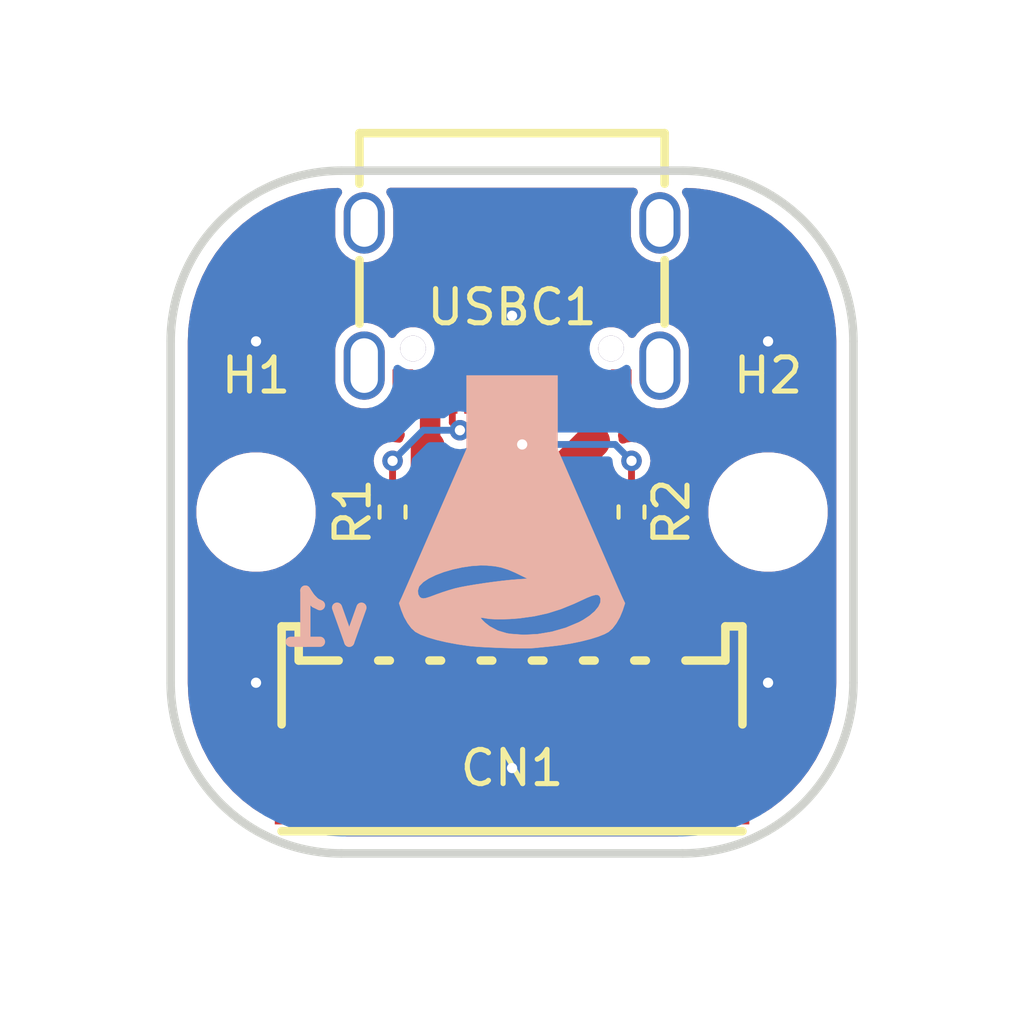
<source format=kicad_pcb>
(kicad_pcb (version 20240108) (generator "pcbnew") (generator_version "8.0")
  (title_block (title "usb-breakout") (date "2025-02-02") (rev "v1") (company "Speedy Labs"))
  (layers (0 "F.Cu" signal) (31 "B.Cu" signal) (34 "B.Paste" user) (35 "F.Paste" user) (36 "B.SilkS" user "B.Silkscreen") (37 "F.SilkS" user "F.Silkscreen") (38 "B.Mask" user) (39 "F.Mask" user) (44 "Edge.Cuts" user))
  (net 0 "")
  (net 1 "GND")
  (net 3 "D+")
  (net 5 "+5V")
  (net 6 "D-")
  (net 7 "Net-(USBC1-CC2)")
  (net 8 "Net-(USBC1-CC1)")
  (footprint "easyeda:CONN-SMD_S7B-ZR-SM4A-TF-LF-SN" (layer "F.Cu") (at 150 105.8 180)
    (property "Reference" "CN1" (at 0 -1.7 360) (layer "F.SilkS"))
    (property "Value" "S7B-ZR-SM4A-TF(LF)(SN)_C5118704")
    (fp_line (start 6.75 2.45) (end 6.75 -0.42) (stroke (width 0.25)) (layer "F.SilkS"))
    (fp_line (start 6.75 -3.55) (end -6.75 -3.55) (stroke (width 0.25)) (layer "F.SilkS"))
    (fp_line (start 6.25 2.45) (end 6.75 2.45) (stroke (width 0.25)) (layer "F.SilkS"))
    (fp_line (start 6.25 1.45) (end 6.25 2.45) (stroke (width 0.25)) (layer "F.SilkS"))
    (fp_line (start 5.08 1.45) (end 6.25 1.45) (stroke (width 0.25)) (layer "F.SilkS"))
    (fp_line (start 3.58 1.45) (end 3.92 1.45) (stroke (width 0.25)) (layer "F.SilkS"))
    (fp_line (start 2.08 1.45) (end 2.42 1.45) (stroke (width 0.25)) (layer "F.SilkS"))
    (fp_line (start 0.58 1.45) (end 0.92 1.45) (stroke (width 0.25)) (layer "F.SilkS"))
    (fp_line (start -0.92 1.45) (end -0.58 1.45) (stroke (width 0.25)) (layer "F.SilkS"))
    (fp_line (start -2.42 1.45) (end -2.08 1.45) (stroke (width 0.25)) (layer "F.SilkS"))
    (fp_line (start -3.92 1.45) (end -3.58 1.45) (stroke (width 0.25)) (layer "F.SilkS"))
    (fp_line (start -6.25 2.45) (end -6.25 1.45) (stroke (width 0.25)) (layer "F.SilkS"))
    (fp_line (start -6.25 1.45) (end -5.08 1.45) (stroke (width 0.25)) (layer "F.SilkS"))
    (fp_line (start -6.75 2.45) (end -6.25 2.45) (stroke (width 0.25)) (layer "F.SilkS"))
    (fp_line (start -6.75 -0.42) (end -6.75 2.45) (stroke (width 0.25)) (layer "F.SilkS"))
    (pad "1" smd rect (at 4.5 2) (size 0.7 3.5) (layers "F.Cu" "F.Paste" "F.Mask") (net 1 "GND"))
    (pad "2" smd rect (at 3 2) (size 0.7 3.5) (layers "F.Cu" "F.Paste" "F.Mask") (net 5 "+5V"))
    (pad "3" smd rect (at 1.5 2) (size 0.7 3.5) (layers "F.Cu" "F.Paste" "F.Mask") (net 3 "D+"))
    (pad "4" smd rect (at 0 2) (size 0.7 3.5) (layers "F.Cu" "F.Paste" "F.Mask") (net 6 "D-"))
    (pad "5" smd rect (at -1.5 2) (size 0.7 3.5) (layers "F.Cu" "F.Paste" "F.Mask") (net 5 "+5V"))
    (pad "6" smd rect (at -3 2) (size 0.7 3.5) (layers "F.Cu" "F.Paste" "F.Mask") (net 1 "GND"))
    (pad "7" smd rect (at -4.5 2) (size 0.7 3.5) (layers "F.Cu" "F.Paste" "F.Mask") (net 1 "GND"))
    (pad "8" smd rect (at -6.05 -2 180) (size 1.8 2.7) (layers "F.Cu" "F.Paste" "F.Mask"))
    (pad "9" smd rect (at 6.05 -2 180) (size 1.8 2.7) (layers "F.Cu" "F.Paste" "F.Mask"))
  )
  (footprint "Resistor_SMD:R_0402_1005Metric_Pad0.72x0.64mm_HandSolder" (layer "F.Cu") (at 153.5 100 -90)
    (property "Reference" "R2" (at 0 -1.17 90) (layer "F.SilkS"))
    (property "Value" "5k1")
    (fp_line (start -0.167621 0.38) (end 0.167621 0.38) (stroke (width 0.12)) (layer "F.SilkS"))
    (fp_line (start -0.167621 -0.38) (end 0.167621 -0.38) (stroke (width 0.12)) (layer "F.SilkS"))
    (pad "1" smd roundrect (at -0.5975 0 270) (size 0.715 0.64) (layers "F.Cu" "F.Paste" "F.Mask") (net 8 "Net-(USBC1-CC1)"))
    (pad "2" smd roundrect (at 0.5975 0 270) (size 0.715 0.64) (layers "F.Cu" "F.Paste" "F.Mask") (net 1 "GND"))
  )
  (footprint "Resistor_SMD:R_0402_1005Metric_Pad0.72x0.64mm_HandSolder" (layer "F.Cu") (at 146.5 100 90)
    (property "Reference" "R1" (at 0 -1.17 90) (layer "F.SilkS"))
    (property "Value" "5k1")
    (fp_line (start -0.167621 -0.38) (end 0.167621 -0.38) (stroke (width 0.12)) (layer "F.SilkS"))
    (fp_line (start -0.167621 0.38) (end 0.167621 0.38) (stroke (width 0.12)) (layer "F.SilkS"))
    (pad "1" smd roundrect (at -0.5975 0 90) (size 0.715 0.64) (layers "F.Cu" "F.Paste" "F.Mask") (net 1 "GND"))
    (pad "2" smd roundrect (at 0.5975 0 90) (size 0.715 0.64) (layers "F.Cu" "F.Paste" "F.Mask") (net 7 "Net-(USBC1-CC2)"))
  )
  (footprint "MountingHole:MountingHole_3mm" (layer "F.Cu") (at 157.5 100.000005)
    (property "Reference" "H2" (at 0 -4 0) (layer "F.SilkS"))
    (property "Value" "MountingHole")
    (pad "" np_thru_hole circle (at 0 0) (size 3 3) (drill 3) (layers "*.Cu" "*.Mask"))
  )
  (footprint "MountingHole:MountingHole_3mm" (layer "F.Cu") (at 142.5 100.000005)
    (property "Reference" "H1" (at 0 -4 0) (layer "F.SilkS"))
    (property "Value" "MountingHole")
    (pad "" np_thru_hole circle (at 0 0) (size 3 3) (drill 3) (layers "*.Cu" "*.Mask"))
  )
  (footprint "easyeda:USB-C_SMD-TYPE-C-31-M-12" (layer "F.Cu") (at 150 94 180)
    (property "Reference" "USBC1" (at 0 0 360) (layer "F.SilkS"))
    (property "Value" "TYPE-C-31-M-12")
    (fp_line (start 4.47 5.1) (end 4.47 3.62) (stroke (width 0.25)) (layer "F.SilkS"))
    (fp_line (start 4.47 5.1) (end -4.47 5.1) (stroke (width 0.25)) (layer "F.SilkS"))
    (fp_line (start 4.47 1.38) (end 4.47 -0.48) (stroke (width 0.25)) (layer "F.SilkS"))
    (fp_line (start -4.47 5.1) (end -4.47 3.62) (stroke (width 0.25)) (layer "F.SilkS"))
    (fp_line (start -4.47 1.38) (end -4.47 -0.48) (stroke (width 0.25)) (layer "F.SilkS"))
    (pad "" thru_hole circle (at -2.9 -1.21 180) (size 0.75 0.75) (drill 0.75) (layers "*.Cu" "*.Mask"))
    (pad "" thru_hole circle (at 2.9 -1.21 180) (size 0.75 0.75) (drill 0.75) (layers "*.Cu" "*.Mask"))
    (pad "0" thru_hole oval (at -4.33 -1.71 180) (size 1.2 2) (drill oval 0.799998 1.600022) (layers "*.Cu" "*.Mask"))
    (pad "1" thru_hole oval (at 4.33 -1.71 180) (size 1.2 2) (drill oval 0.799998 1.599971) (layers "*.Cu" "*.Mask"))
    (pad "2" thru_hole oval (at 4.33 2.47 180) (size 1.2 1.8) (drill oval 0.799998 1.399997) (layers "*.Cu" "*.Mask"))
    (pad "3" thru_hole oval (at -4.33 2.47 180) (size 1.2 1.8) (drill oval 0.799998 1.399997) (layers "*.Cu" "*.Mask"))
    (pad "A1" smd rect (at -3.35 -2.47 180) (size 0.3 1.3) (layers "F.Cu" "F.Paste" "F.Mask") (net 1 "GND"))
    (pad "A4" smd rect (at -2.55 -2.47 180) (size 0.3 1.3) (layers "F.Cu" "F.Paste" "F.Mask") (net 5 "+5V"))
    (pad "A5" smd rect (at -1.25 -2.47 180) (size 0.3 1.3) (layers "F.Cu" "F.Paste" "F.Mask") (net 8 "Net-(USBC1-CC1)"))
    (pad "A6" smd rect (at -0.25 -2.47 180) (size 0.3 1.3) (layers "F.Cu" "F.Paste" "F.Mask") (net 3 "D+"))
    (pad "A7" smd rect (at 0.25 -2.47 180) (size 0.3 1.3) (layers "F.Cu" "F.Paste" "F.Mask") (net 6 "D-"))
    (pad "A8" smd rect (at 1.25 -2.47 180) (size 0.3 1.3) (layers "F.Cu" "F.Paste" "F.Mask"))
    (pad "A9" smd rect (at 2.55 -2.47 180) (size 0.3 1.3) (layers "F.Cu" "F.Paste" "F.Mask") (net 5 "+5V"))
    (pad "A12" smd rect (at 3.35 -2.47 180) (size 0.3 1.3) (layers "F.Cu" "F.Paste" "F.Mask") (net 1 "GND"))
    (pad "B1" smd rect (at 3.05 -2.47 180) (size 0.3 1.3) (layers "F.Cu" "F.Paste" "F.Mask") (net 1 "GND"))
    (pad "B4" smd rect (at 2.25 -2.47 180) (size 0.3 1.3) (layers "F.Cu" "F.Paste" "F.Mask") (net 5 "+5V"))
    (pad "B5" smd rect (at 1.75 -2.47 180) (size 0.3 1.3) (layers "F.Cu" "F.Paste" "F.Mask") (net 7 "Net-(USBC1-CC2)"))
    (pad "B6" smd rect (at 0.75 -2.47 180) (size 0.3 1.3) (layers "F.Cu" "F.Paste" "F.Mask") (net 3 "D+"))
    (pad "B7" smd rect (at -0.75 -2.47 180) (size 0.3 1.3) (layers "F.Cu" "F.Paste" "F.Mask") (net 6 "D-"))
    (pad "B8" smd rect (at -1.75 -2.47 180) (size 0.3 1.3) (layers "F.Cu" "F.Paste" "F.Mask"))
    (pad "B9" smd rect (at -2.25 -2.47 180) (size 0.3 1.3) (layers "F.Cu" "F.Paste" "F.Mask") (net 5 "+5V"))
    (pad "B12" smd rect (at -3.05 -2.47 180) (size 0.3 1.3) (layers "F.Cu" "F.Paste" "F.Mask") (net 1 "GND"))
  )
  (footprint "speedy-labs:logo_small" (layer "B.Cu") (at 150 100 180)
    (property "Reference" "LOGO1" (hide yes))
    (property "Value" "MountingHole" (hide yes))
    (fp_poly (pts (xy 1.3335 1.845406) (xy 1.685427 1.041766) (xy 1.777141 0.832089) (xy 1.889082 0.575776) (xy 2.016187 0.284437) (xy 2.153396 -0.030316) (xy 2.295647 -0.356871) (xy 2.437879 -0.683617) (xy 2.575032 -0.998944) (xy 2.610049 -1.0795) (xy 2.730459 -1.356303) (xy 2.845092 -1.619394) (xy 2.951049 -1.862149) (xy 3.045431 -2.077944) (xy 3.125339 -2.260156) (xy 3.187873 -2.402162) (xy 3.230132 -2.497336) (xy 3.24644 -2.533278) (xy 3.310135 -2.669431) (xy 3.24134 -2.878997) (xy 3.162704 -3.071942) (xy 3.061301 -3.251869) (xy 2.947819 -3.402442) (xy 2.832947 -3.507326) (xy 2.828014 -3.510645) (xy 2.675119 -3.591449) (xy 2.466616 -3.670393) (xy 2.210398 -3.745399) (xy 1.914357 -3.814386) (xy 1.586384 -3.875275) (xy 1.267759 -3.921774) (xy 1.126115 -3.936184) (xy 0.939558 -3.94971) (xy 0.720549 -3.961961) (xy 0.481548 -3.972545) (xy 0.235016 -3.981072) (xy -0.006588 -3.987151) (xy -0.230803 -3.99039) (xy -0.425168 -3.990399) (xy -0.577224 -3.986786) (xy -0.650875 -3.981986) (xy -0.735773 -3.973666) (xy -0.864175 -3.961057) (xy -1.016396 -3.946092) (xy -1.127125 -3.935198) (xy -1.431314 -3.898289) (xy -1.732991 -3.848733) (xy -2.021793 -3.789117) (xy -2.287353 -3.72203) (xy -2.519308 -3.650056) (xy -2.707291 -3.575785) (xy -2.828015 -3.510645) (xy -2.94257 -3.408284) (xy -3.056259 -3.259584) (xy -3.15835 -3.080936) (xy -3.238111 -2.88873) (xy -3.241079 -2.879793) (xy -3.309612 -2.671024) (xy -3.244735 -2.534074) (xy -3.24301 -2.530291) (xy -2.59201 -2.530291) (xy -2.589373 -2.645478) (xy -2.531238 -2.77237) (xy -2.423089 -2.904962) (xy -2.270408 -3.037249) (xy -2.07868 -3.163226) (xy -1.952625 -3.230599) (xy -1.570033 -3.390693) (xy -1.165016 -3.506577) (xy -0.75098 -3.576218) (xy -0.341333 -3.597584) (xy 0.050517 -3.568644) (xy 0.15875 -3.550582) (xy 0.417733 -3.473478) (xy 0.653439 -3.34861) (xy 0.793324 -3.238892) (xy 0.864371 -3.169138) (xy 0.908789 -3.117323) (xy 0.917208 -3.097375) (xy 0.880391 -3.09502) (xy 0.805589 -3.106307) (xy 0.776983 -3.112497) (xy 0.654013 -3.130084) (xy 0.483269 -3.139261) (xy 0.279913 -3.140053) (xy 0.059109 -3.132484) (xy -0.163979 -3.116577) (xy -0.22225 -3.110896) (xy -0.646021 -3.052527) (xy -1.040161 -2.965797) (xy -1.425143 -2.84482) (xy -1.821437 -2.683709) (xy -2.005678 -2.598104) (xy -2.197346 -2.509521) (xy -2.341622 -2.45244) (xy -2.445761 -2.42602) (xy -2.51702 -2.429423) (xy -2.562654 -2.461809) (xy -2.589919 -2.52234) (xy -2.59201 -2.530291) (xy -3.24301 -2.530291) (xy -3.215613 -2.470235) (xy -3.165055 -2.356827) (xy -3.096889 -2.202543) (xy -3.01494 -2.016072) (xy -2.987169 -1.952625) (xy -0.454064 -1.952625) (xy -0.13972 -1.973681) (xy 0.062967 -1.990738) (xy 0.299875 -2.016321) (xy 0.557168 -2.048415) (xy 0.821005 -2.085004) (xy 1.077549 -2.124071) (xy 1.312961 -2.163601) (xy 1.513402 -2.201577) (xy 1.665033 -2.235984) (xy 1.670273 -2.237359) (xy 1.8436 -2.28746) (xy 2.037846 -2.350102) (xy 2.215454 -2.413078) (xy 2.241773 -2.423125) (xy 2.400362 -2.482587) (xy 2.512625 -2.518298) (xy 2.590434 -2.531908) (xy 2.64566 -2.525071) (xy 2.690177 -2.499436) (xy 2.704187 -2.487454) (xy 2.750417 -2.407216) (xy 2.758907 -2.301007) (xy 2.729165 -2.194281) (xy 2.710449 -2.162673) (xy 2.60208 -2.051851) (xy 2.440411 -1.945077) (xy 2.235636 -1.845431) (xy 1.997948 -1.755994) (xy 1.737539 -1.679846) (xy 1.464602 -1.620066) (xy 1.189331 -1.579735) (xy 0.921919 -1.561933) (xy 0.733183 -1.565187) (xy 0.511403 -1.585876) (xy 0.315706 -1.623279) (xy 0.123622 -1.683646) (xy -0.087317 -1.773228) (xy -0.187345 -1.821268) (xy -0.454064 -1.952625) (xy -2.987169 -1.952625) (xy -2.923034 -1.806106) (xy -2.824999 -1.581336) (xy -2.800046 -1.524) (xy -2.549373 -0.947764) (xy -2.323952 -0.429615) (xy -2.123716 0.030596) (xy -1.948602 0.433019) (xy -1.798545 0.777802) (xy -1.673479 1.065094) (xy -1.573339 1.295045) (xy -1.498062 1.467802) (xy -1.447582 1.583516) (xy -1.441702 1.596976) (xy -1.3335 1.844576) (xy -1.3335 4.0005) (xy 1.3335 4.0005) (xy 1.3335 1.845406)) (stroke (width 0.01)) (fill solid) (layer "B.SilkS"))
  )
  (gr_line (start 144.999993 90.000005) (end 145.53 90.000005) (stroke (width 0.25)) (layer "Edge.Cuts"))
  (gr_line (start 160 95.000005) (end 160 105) (stroke (width 0.25)) (layer "Edge.Cuts"))
  (gr_arc (start 144.999993 110.000005) (mid 141.468331 108.539408) (end 140 105.010954) (stroke (width 0.25)) (layer "Edge.Cuts"))
  (gr_line (start 145.53 90.000005) (end 154.47 90.000005) (stroke (width 0.25)) (layer "Edge.Cuts"))
  (gr_line (start 144.999993 110.000005) (end 154.999993 110.000005) (stroke (width 0.25)) (layer "Edge.Cuts"))
  (gr_line (start 154.47 90.000005) (end 154.999993 90.000005) (stroke (width 0.25)) (layer "Edge.Cuts"))
  (gr_arc (start 140 95) (mid 141.464464 91.464471) (end 144.999993 90.000005) (stroke (width 0.25)) (layer "Edge.Cuts"))
  (gr_arc (start 160 105) (mid 158.535532 108.535539) (end 154.999993 110.000005) (stroke (width 0.25)) (layer "Edge.Cuts"))
  (gr_arc (start 154.999993 90.000005) (mid 158.535525 91.464471) (end 160 95.000005) (stroke (width 0.25)) (layer "Edge.Cuts"))
  (gr_line (start 140 95) (end 140 105.010954) (stroke (width 0.25)) (layer "Edge.Cuts"))
  (gr_text "v1" (at 146 104 -0) (layer "B.SilkS") (effects (font (size 1.5 1.5) (thickness 0.3) (bold yes)) (justify left bottom mirror)))
  (via (at 150 94.25) (size 0.6) (drill 0.3) (layers "F.Cu" "B.Cu") (net 1))
  (via (at 157.5 95) (size 0.6) (drill 0.3) (layers "F.Cu" "B.Cu") (net 1))
  (via (at 142.5 105) (size 0.6) (drill 0.3) (layers "F.Cu" "B.Cu") (net 1))
  (via (at 150 107.5) (size 0.6) (drill 0.3) (layers "F.Cu" "B.Cu") (net 1))
  (via (at 142.5 95) (size 0.6) (drill 0.3) (layers "F.Cu" "B.Cu") (net 1))
  (via (at 157.5 105) (size 0.6) (drill 0.3) (layers "F.Cu" "B.Cu") (net 1))
  (segment (start 150.25 95.57) (end 150.25 96.47) (width 0.2) (layer "F.Cu") (net 3))
  (segment (start 148.5 98.636953) (end 149.121507 98.015446) (width 0.5) (layer "F.Cu") (net 3))
  (segment (start 148.5 103.8) (end 148.5 98.636953) (width 0.5) (layer "F.Cu") (net 3))
  (segment (start 150.2 95.52) (end 150.25 95.57) (width 0.2) (layer "F.Cu") (net 3))
  (segment (start 149.25 96.47) (end 149.25 95.57) (width 0.2) (layer "F.Cu") (net 3))
  (segment (start 149.3 95.52) (end 150.2 95.52) (width 0.2) (layer "F.Cu") (net 3))
  (segment (start 149.25 96.47) (end 149.25 97.886953) (width 0.2) (layer "F.Cu") (net 3))
  (segment (start 149.25 95.57) (end 149.3 95.52) (width 0.2) (layer "F.Cu") (net 3))
  (segment (start 149.25 97.886953) (end 149.222753 97.9142) (width 0.2) (layer "F.Cu") (net 3))
  (segment (start 151.5 98.8) (end 152.37 97.93) (width 1) (layer "F.Cu") (net 5))
  (segment (start 147 103.8) (end 147 101.78) (width 1) (layer "F.Cu") (net 5))
  (segment (start 152.25 95.57) (end 152.25 96.47) (width 0.2) (layer "F.Cu") (net 5))
  (segment (start 147.5325 101.2475) (end 147.5325 98.0975) (width 1) (layer "F.Cu") (net 5))
  (segment (start 147 101.78) (end 147.5325 101.2475) (width 1) (layer "F.Cu") (net 5))
  (segment (start 148.2 95.12) (end 151.8 95.12) (width 0.2) (layer "F.Cu") (net 5))
  (segment (start 151.8 95.12) (end 152.25 95.57) (width 0.2) (layer "F.Cu") (net 5))
  (segment (start 151.5 103.8) (end 151.5 98.8) (width 1) (layer "F.Cu") (net 5))
  (segment (start 147.75 96.47) (end 147.75 95.57) (width 0.2) (layer "F.Cu") (net 5))
  (segment (start 147.75 95.57) (end 148.2 95.12) (width 0.2) (layer "F.Cu") (net 5))
  (segment (start 149.8 97.42) (end 150.7 97.42) (width 0.2) (layer "F.Cu") (net 6))
  (segment (start 149.75 97.37) (end 149.671507 97.448493) (width 0.2) (layer "F.Cu") (net 6))
  (segment (start 150 98.783889) (end 149.671507 98.455396) (width 0.5) (layer "F.Cu") (net 6))
  (segment (start 149.75 96.47) (end 149.75 97.37) (width 0.2) (layer "F.Cu") (net 6))
  (segment (start 150.7 97.42) (end 150.75 97.37) (width 0.2) (layer "F.Cu") (net 6))
  (segment (start 149.75 97.37) (end 149.8 97.42) (width 0.2) (layer "F.Cu") (net 6))
  (segment (start 149.671507 97.448493) (end 149.671507 98.455396) (width 0.2) (layer "F.Cu") (net 6))
  (segment (start 150.75 97.37) (end 150.75 96.47) (width 0.2) (layer "F.Cu") (net 6))
  (segment (start 150 103.8) (end 150 98.783889) (width 0.5) (layer "F.Cu") (net 6))
  (segment (start 148.25 96.47) (end 148.25 97.380786) (width 0.2) (layer "F.Cu") (net 7))
  (segment (start 146.5 98.5) (end 146.5 99.4025) (width 0.2) (layer "F.Cu") (net 7))
  (segment (start 148.25 97.380786) (end 148.472753 97.603539) (width 0.2) (layer "F.Cu") (net 7))
  (via (at 146.5 98.5) (size 0.6) (drill 0.3) (layers "F.Cu" "B.Cu") (net 7))
  (via (at 148.472753 97.603539) (size 0.6) (drill 0.3) (layers "F.Cu" "B.Cu") (net 7))
  (segment (start 148.472753 97.603539) (end 147.396461 97.603539) (width 0.2) (layer "B.Cu") (net 7))
  (segment (start 147.396461 97.603539) (end 146.5 98.5) (width 0.2) (layer "B.Cu") (net 7))
  (segment (start 153.5 98.5) (end 153.5 99.4025) (width 0.2) (layer "F.Cu") (net 8))
  (segment (start 151.25 97.435686) (end 150.665686 98.02) (width 0.2) (layer "F.Cu") (net 8))
  (segment (start 150.665686 98.02) (end 150.296772 98.02) (width 0.2) (layer "F.Cu") (net 8))
  (segment (start 151.25 96.47) (end 151.25 97.435686) (width 0.2) (layer "F.Cu") (net 8))
  (via (at 153.5 98.5) (size 0.6) (drill 0.3) (layers "F.Cu" "B.Cu") (net 8))
  (via (at 150.296772 98.02) (size 0.6) (drill 0.3) (layers "F.Cu" "B.Cu") (net 8))
  (segment (start 153.02 98.02) (end 153.5 98.5) (width 0.2) (layer "B.Cu") (net 8))
  (segment (start 150.296772 98.02) (end 153.02 98.02) (width 0.2) (layer "B.Cu") (net 8))
  (zone (net 5) (net_name "+5V") (layer "F.Cu") (priority 1) (connect_pads (clearance 0.025)) (min_thickness 0.25) (fill yes (thermal_gap 0.5) (thermal_bridge_width 0.5))
    (polygon (pts (xy 152.1 96.9) (xy 152.1 98) (xy 152.7 98) (xy 152.7 96.9)))
  )
  (zone (net 5) (net_name "+5V") (layer "F.Cu") (priority 1) (connect_pads (clearance 0.025)) (min_thickness 0.25) (fill yes (thermal_gap 0.5) (thermal_bridge_width 0.5))
    (polygon (pts (xy 147.3 96.9) (xy 147.3 98) (xy 147.9 98) (xy 147.9 96.9)))
  )
  (zone (net 1) (net_name "GND") (layers "F&B.Cu") (priority 2) (connect_pads (clearance 0.25)) (min_thickness 0.25) (fill yes (thermal_gap 0.5) (thermal_bridge_width 0.5))
    (polygon (pts (xy 135 85) (xy 135 115) (xy 165 115) (xy 165 85)))
  )
)
</source>
